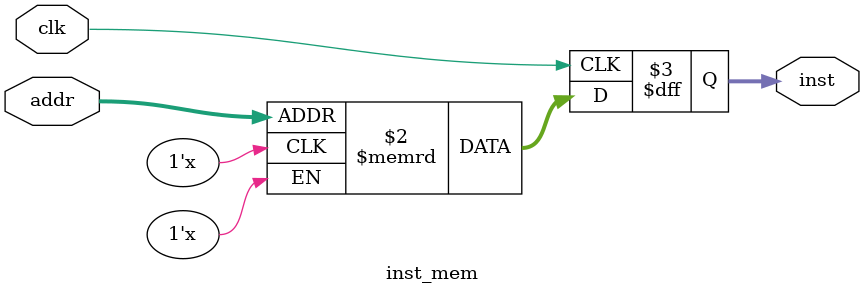
<source format=v>
module inst_mem (
    clk, addr, inst
);

// input: clk, addr
// output: inst
// @posedge clk: return the inst[31:0] at addr

input clk;
input [31:0] addr;
output reg[31:0] inst;

reg [31:0] instructions [65535:0];

always@(posedge clk)
begin
    inst = instructions[addr];
end
    
endmodule
</source>
